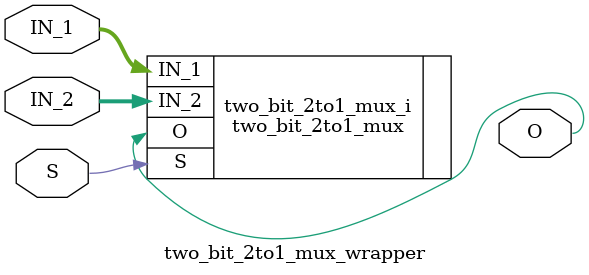
<source format=v>
`timescale 1 ps / 1 ps

module two_bit_2to1_mux_wrapper
   (IN_1,
    IN_2,
    O,
    S);
  input [1:0]IN_1;
  input [1:0]IN_2;
  output [0:0]O;
  input [0:0]S;

  wire [1:0]IN_1;
  wire [1:0]IN_2;
  wire [0:0]O;
  wire [0:0]S;

  two_bit_2to1_mux two_bit_2to1_mux_i
       (.IN_1(IN_1),
        .IN_2(IN_2),
        .O(O),
        .S(S));
endmodule

</source>
